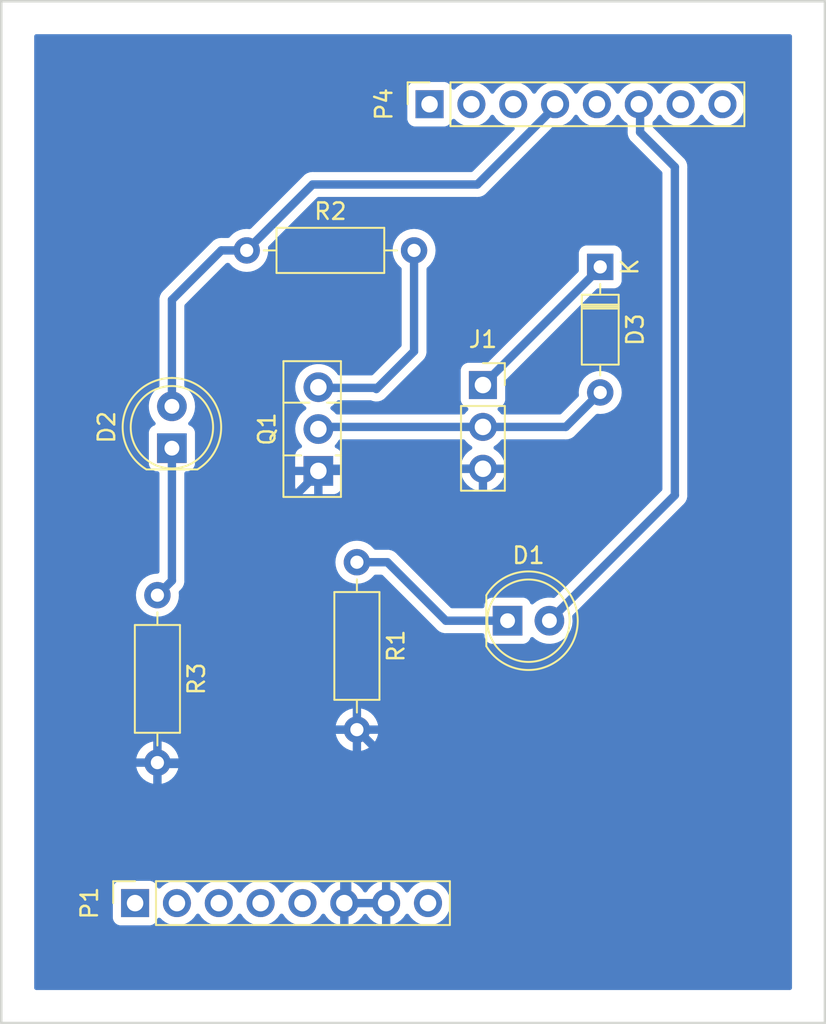
<source format=kicad_pcb>
(kicad_pcb (version 20211014) (generator pcbnew)
  (title_block (date "lun. 30 mars 2015"))
  (layers (0 "F.Cu" signal) (31 "B.Cu" signal) (34 "B.Paste" user) (35 "F.Paste" user) (36 "B.SilkS" user "B.Silkscreen") (37 "F.SilkS" user "F.Silkscreen") (38 "B.Mask" user) (39 "F.Mask" user) (44 "Edge.Cuts" user))
  (net 0 "")
  (net 1 "/IOREF")
  (net 2 "/Reset")
  (net 3 "+5V")
  (net 4 "GND")
  (net 5 "/Vin")
  (net 6 "Net-(D2-Pad1)")
  (net 7 "Net-(D3-Pad1)")
  (net 8 "Net-(D3-Pad2)")
  (net 10 "+3V3")
  (net 11 "7")
  (net 12 "6")
  (net 13 "5")
  (net 14 "4")
  (net 15 "3")
  (net 16 "2")
  (net 17 "Tx")
  (net 18 "Rx")
  (net 19 "Net-(D1-Pad1)")
  (net 20 "Net-(Q1-Pad3)")
  (footprint "Connector_PinSocket_2.54mm:PinSocket_1x08_P2.54mm_Vertical" (layer "F.Cu") (at 37.123 80.09 90)
    (fp_text reference "P1" (at 0 -2.77 90) (layer "F.SilkS"))
    (fp_text value "Power")
    (fp_line (start 1.33 -1.33) (end 1.33 0) (layer "F.SilkS") (width 0.12))
    (fp_line (start 0 -1.33) (end 1.33 -1.33) (layer "F.SilkS") (width 0.12))
    (fp_line (start -1.33 1.27) (end 1.33 1.27) (layer "F.SilkS") (width 0.12))
    (fp_line (start -1.33 19.11) (end 1.33 19.11) (layer "F.SilkS") (width 0.12))
    (fp_line (start 1.33 1.27) (end 1.33 19.11) (layer "F.SilkS") (width 0.12))
    (fp_line (start -1.33 1.27) (end -1.33 19.11) (layer "F.SilkS") (width 0.12))
    (pad "1" thru_hole rect (at 0 0 90) (size 1.7 1.7) (drill 1) (layers *.Cu *.Mask))
    (pad "2" thru_hole oval (at 0 2.54 90) (size 1.7 1.7) (drill 1) (layers *.Cu *.Mask) (net 1 "/IOREF"))
    (pad "3" thru_hole oval (at 0 5.08 90) (size 1.7 1.7) (drill 1) (layers *.Cu *.Mask) (net 2 "/Reset"))
    (pad "4" thru_hole oval (at 0 7.62 90) (size 1.7 1.7) (drill 1) (layers *.Cu *.Mask) (net 10 "+3V3"))
    (pad "5" thru_hole oval (at 0 10.16 90) (size 1.7 1.7) (drill 1) (layers *.Cu *.Mask) (net 3 "+5V"))
    (pad "6" thru_hole oval (at 0 12.7 90) (size 1.7 1.7) (drill 1) (layers *.Cu *.Mask) (net 4 "GND"))
    (pad "7" thru_hole oval (at 0 15.24 90) (size 1.7 1.7) (drill 1) (layers *.Cu *.Mask) (net 4 "GND"))
    (pad "8" thru_hole oval (at 0 17.78 90) (size 1.7 1.7) (drill 1) (layers *.Cu *.Mask) (net 5 "/Vin"))
  )
  (footprint "Connector_PinSocket_2.54mm:PinSocket_1x08_P2.54mm_Vertical" (layer "F.Cu") (at 54.998 31.615 90)
    (fp_text reference "P4" (at 0 -2.77 90) (layer "F.SilkS"))
    (fp_text value "Digital")
    (fp_line (start -1.33 1.27) (end -1.33 19.11) (layer "F.SilkS") (width 0.12))
    (fp_line (start -1.33 19.11) (end 1.33 19.11) (layer "F.SilkS") (width 0.12))
    (fp_line (start -1.33 1.27) (end 1.33 1.27) (layer "F.SilkS") (width 0.12))
    (fp_line (start 1.33 -1.33) (end 1.33 0) (layer "F.SilkS") (width 0.12))
    (fp_line (start 0 -1.33) (end 1.33 -1.33) (layer "F.SilkS") (width 0.12))
    (fp_line (start 1.33 1.27) (end 1.33 19.11) (layer "F.SilkS") (width 0.12))
    (pad "1" thru_hole rect (at 0 0 90) (size 1.7 1.7) (drill 1) (layers *.Cu *.Mask) (net 11 "7"))
    (pad "2" thru_hole oval (at 0 2.54 90) (size 1.7 1.7) (drill 1) (layers *.Cu *.Mask) (net 12 "6"))
    (pad "3" thru_hole oval (at 0 5.08 90) (size 1.7 1.7) (drill 1) (layers *.Cu *.Mask) (net 13 "5"))
    (pad "4" thru_hole oval (at 0 7.62 90) (size 1.7 1.7) (drill 1) (layers *.Cu *.Mask) (net 14 "4"))
    (pad "5" thru_hole oval (at 0 10.16 90) (size 1.7 1.7) (drill 1) (layers *.Cu *.Mask) (net 15 "3"))
    (pad "6" thru_hole oval (at 0 12.7 90) (size 1.7 1.7) (drill 1) (layers *.Cu *.Mask) (net 16 "2"))
    (pad "7" thru_hole oval (at 0 15.24 90) (size 1.7 1.7) (drill 1) (layers *.Cu *.Mask) (net 17 "Tx"))
    (pad "8" thru_hole oval (at 0 17.78 90) (size 1.7 1.7) (drill 1) (layers *.Cu *.Mask) (net 18 "Rx"))
  )
  (footprint "Resistor_THT:R_Axial_DIN0207_L6.3mm_D2.5mm_P10.16mm_Horizontal" (layer "F.Cu") (at 50.588 59.405 -90)
    (fp_text reference "R1" (at 5.08 -2.37 90) (layer "F.SilkS"))
    (fp_text value "330R")
    (fp_line (start 8.35 1.37) (end 8.35 -1.37) (layer "F.SilkS") (width 0.12))
    (fp_line (start 1.81 1.37) (end 8.35 1.37) (layer "F.SilkS") (width 0.12))
    (fp_line (start 9.12 0) (end 8.35 0) (layer "F.SilkS") (width 0.12))
    (fp_line (start 1.81 -1.37) (end 1.81 1.37) (layer "F.SilkS") (width 0.12))
    (fp_line (start 8.35 -1.37) (end 1.81 -1.37) (layer "F.SilkS") (width 0.12))
    (fp_line (start 1.04 0) (end 1.81 0) (layer "F.SilkS") (width 0.12))
    (pad "1" thru_hole circle (at 0 0 270) (size 1.6 1.6) (drill 0.8) (layers *.Cu *.Mask) (net 19 "Net-(D1-Pad1)"))
    (pad "2" thru_hole oval (at 10.16 0 270) (size 1.6 1.6) (drill 0.8) (layers *.Cu *.Mask) (net 4 "GND"))
  )
  (footprint "LED_THT:LED_D5.0mm" (layer "F.Cu") (at 59.733 62.955)
    (fp_text reference "D1" (at 1.27 -3.96) (layer "F.SilkS"))
    (fp_text value "LED")
    (fp_line (start -1.29 -1.545) (end -1.29 1.545) (layer "F.SilkS") (width 0.12))
    (fp_arc (start -1.29 -1.54483) (mid 2.072002 -2.880433) (end 4.26 0.000462) (layer "F.SilkS") (width 0.12))
    (fp_arc (start 4.26 -0.000462) (mid 2.072002 2.880433) (end -1.29 1.54483) (layer "F.SilkS") (width 0.12))
    (fp_circle (center 1.27 0) (end 3.77 0) (layer "F.SilkS") (width 0.12) (fill none))
    (pad "1" thru_hole rect (at 0 0) (size 1.8 1.8) (drill 0.9) (layers *.Cu *.Mask) (net 19 "Net-(D1-Pad1)"))
    (pad "2" thru_hole circle (at 2.54 0) (size 1.8 1.8) (drill 0.9) (layers *.Cu *.Mask) (net 16 "2"))
  )
  (footprint "Connector_PinSocket_2.54mm:PinSocket_1x03_P2.54mm_Vertical" (layer "F.Cu") (at 58.238 48.655)
    (fp_text reference "J1" (at 0 -2.77) (layer "F.SilkS"))
    (fp_text value "Conn_01x03")
    (fp_line (start -1.33 1.27) (end 1.33 1.27) (layer "F.SilkS") (width 0.12))
    (fp_line (start 1.33 1.27) (end 1.33 6.41) (layer "F.SilkS") (width 0.12))
    (fp_line (start 0 -1.33) (end 1.33 -1.33) (layer "F.SilkS") (width 0.12))
    (fp_line (start -1.33 6.41) (end 1.33 6.41) (layer "F.SilkS") (width 0.12))
    (fp_line (start 1.33 -1.33) (end 1.33 0) (layer "F.SilkS") (width 0.12))
    (fp_line (start -1.33 1.27) (end -1.33 6.41) (layer "F.SilkS") (width 0.12))
    (pad "1" thru_hole rect (at 0 0) (size 1.7 1.7) (drill 1) (layers *.Cu *.Mask) (net 7 "Net-(D3-Pad1)"))
    (pad "2" thru_hole oval (at 0 2.54) (size 1.7 1.7) (drill 1) (layers *.Cu *.Mask) (net 8 "Net-(D3-Pad2)"))
    (pad "3" thru_hole oval (at 0 5.08) (size 1.7 1.7) (drill 1) (layers *.Cu *.Mask) (net 4 "GND"))
  )
  (footprint "Resistor_THT:R_Axial_DIN0207_L6.3mm_D2.5mm_P10.16mm_Horizontal" (layer "F.Cu") (at 38.478 61.405 -90)
    (fp_text reference "R3" (at 5.08 -2.37 90) (layer "F.SilkS"))
    (fp_text value "330R")
    (fp_line (start 9.12 0) (end 8.35 0) (layer "F.SilkS") (width 0.12))
    (fp_line (start 1.81 -1.37) (end 1.81 1.37) (layer "F.SilkS") (width 0.12))
    (fp_line (start 8.35 1.37) (end 8.35 -1.37) (layer "F.SilkS") (width 0.12))
    (fp_line (start 1.04 0) (end 1.81 0) (layer "F.SilkS") (width 0.12))
    (fp_line (start 1.81 1.37) (end 8.35 1.37) (layer "F.SilkS") (width 0.12))
    (fp_line (start 8.35 -1.37) (end 1.81 -1.37) (layer "F.SilkS") (width 0.12))
    (pad "1" thru_hole circle (at 0 0 270) (size 1.6 1.6) (drill 0.8) (layers *.Cu *.Mask) (net 6 "Net-(D2-Pad1)"))
    (pad "2" thru_hole oval (at 10.16 0 270) (size 1.6 1.6) (drill 0.8) (layers *.Cu *.Mask) (net 4 "GND"))
  )
  (footprint "Package_TO_SOT_THT:TO-126-3_Vertical" (layer "F.Cu") (at 48.248 53.865 90)
    (fp_text reference "Q1" (at 2.54 -3.12 90) (layer "F.SilkS"))
    (fp_text value "BD135")
    (fp_line (start 0.94 1.05) (end 0.94 1.37) (layer "F.SilkS") (width 0.12))
    (fp_line (start -1.58 -2.12) (end 6.66 -2.12) (layer "F.SilkS") (width 0.12))
    (fp_line (start -1.58 1.37) (end 6.66 1.37) (layer "F.SilkS") (width 0.12))
    (fp_line (start -1.58 -2.12) (end -1.58 1.37) (layer "F.SilkS") (width 0.12))
    (fp_line (start 6.66 -2.12) (end 6.66 1.37) (layer "F.SilkS") (width 0.12))
    (fp_line (start 4.141 -2.12) (end 4.141 -0.54) (layer "F.SilkS") (width 0.12))
    (fp_line (start 4.141 0.54) (end 4.141 1.37) (layer "F.SilkS") (width 0.12))
    (fp_line (start 0.94 -2.12) (end 0.94 -1.05) (layer "F.SilkS") (width 0.12))
    (pad "1" thru_hole rect (at 0 0 90) (size 1.8 1.8) (drill 1) (layers *.Cu *.Mask) (net 4 "GND"))
    (pad "2" thru_hole oval (at 2.54 0 90) (size 1.8 1.8) (drill 1) (layers *.Cu *.Mask) (net 8 "Net-(D3-Pad2)"))
    (pad "3" thru_hole oval (at 5.08 0 90) (size 1.8 1.8) (drill 1) (layers *.Cu *.Mask) (net 20 "Net-(Q1-Pad3)"))
  )
  (footprint "Resistor_THT:R_Axial_DIN0207_L6.3mm_D2.5mm_P10.16mm_Horizontal" (layer "F.Cu") (at 43.898 40.485)
    (fp_text reference "R2" (at 5.08 -2.37) (layer "F.SilkS"))
    (fp_text value "100R")
    (fp_line (start 8.35 -1.37) (end 1.81 -1.37) (layer "F.SilkS") (width 0.12))
    (fp_line (start 9.12 0) (end 8.35 0) (layer "F.SilkS") (width 0.12))
    (fp_line (start 8.35 1.37) (end 8.35 -1.37) (layer "F.SilkS") (width 0.12))
    (fp_line (start 1.81 -1.37) (end 1.81 1.37) (layer "F.SilkS") (width 0.12))
    (fp_line (start 1.04 0) (end 1.81 0) (layer "F.SilkS") (width 0.12))
    (fp_line (start 1.81 1.37) (end 8.35 1.37) (layer "F.SilkS") (width 0.12))
    (pad "1" thru_hole circle (at 0 0) (size 1.6 1.6) (drill 0.8) (layers *.Cu *.Mask) (net 14 "4"))
    (pad "2" thru_hole oval (at 10.16 0) (size 1.6 1.6) (drill 0.8) (layers *.Cu *.Mask) (net 20 "Net-(Q1-Pad3)"))
  )
  (footprint "Diode_THT:D_DO-35_SOD27_P7.62mm_Horizontal" (layer "F.Cu") (at 65.358 41.485 -90)
    (fp_text reference "D3" (at 3.81 -2.12 90) (layer "F.SilkS"))
    (fp_text value "1N4148")
    (fp_text user "K" (at 0 -1.8 90) (layer "F.SilkS"))
    (fp_line (start 2.53 -1.12) (end 2.53 1.12) (layer "F.SilkS") (width 0.12))
    (fp_line (start 1.04 0) (end 1.69 0) (layer "F.SilkS") (width 0.12))
    (fp_line (start 1.69 1.12) (end 5.93 1.12) (layer "F.SilkS") (width 0.12))
    (fp_line (start 2.29 -1.12) (end 2.29 1.12) (layer "F.SilkS") (width 0.12))
    (fp_line (start 5.93 -1.12) (end 1.69 -1.12) (layer "F.SilkS") (width 0.12))
    (fp_line (start 2.41 -1.12) (end 2.41 1.12) (layer "F.SilkS") (width 0.12))
    (fp_line (start 1.69 -1.12) (end 1.69 1.12) (layer "F.SilkS") (width 0.12))
    (fp_line (start 6.58 0) (end 5.93 0) (layer "F.SilkS") (width 0.12))
    (fp_line (start 5.93 1.12) (end 5.93 -1.12) (layer "F.SilkS") (width 0.12))
    (pad "1" thru_hole rect (at 0 0 270) (size 1.6 1.6) (drill 0.8) (layers *.Cu *.Mask) (net 7 "Net-(D3-Pad1)"))
    (pad "2" thru_hole oval (at 7.62 0 270) (size 1.6 1.6) (drill 0.8) (layers *.Cu *.Mask) (net 8 "Net-(D3-Pad2)"))
  )
  (footprint "LED_THT:LED_D5.0mm" (layer "F.Cu") (at 39.358 52.485 90)
    (fp_text reference "D2" (at 1.27 -3.96 90) (layer "F.SilkS"))
    (fp_text value "LED")
    (fp_line (start -1.29 -1.545) (end -1.29 1.545) (layer "F.SilkS") (width 0.12))
    (fp_arc (start -1.29 -1.54483) (mid 2.072002 -2.880433) (end 4.26 0.000462) (layer "F.SilkS") (width 0.12))
    (fp_arc (start 4.26 -0.000462) (mid 2.072002 2.880433) (end -1.29 1.54483) (layer "F.SilkS") (width 0.12))
    (fp_circle (center 1.27 0) (end 3.77 0) (layer "F.SilkS") (width 0.12) (fill none))
    (pad "1" thru_hole rect (at 0 0 90) (size 1.8 1.8) (drill 0.9) (layers *.Cu *.Mask) (net 6 "Net-(D2-Pad1)"))
    (pad "2" thru_hole circle (at 2.54 0 90) (size 1.8 1.8) (drill 0.9) (layers *.Cu *.Mask) (net 14 "4"))
  )
  (gr_rect (start 28.998 25.365) (end 78.998 87.365) (layer "Edge.Cuts") (width 0.15) (fill none))
  (segment (start 44.458 67.585) (end 46.438 69.565) (width 0.508) (layer "B.Cu") (net 4))
  (segment (start 46.278 69.565) (end 44.198 71.645) (width 0.508) (layer "B.Cu") (net 4))
  (segment (start 52.358 71.335) (end 50.588 69.565) (width 0.508) (layer "B.Cu") (net 4))
  (segment (start 58.238 53.735) (end 48.468 53.735) (width 0.508) (layer "B.Cu") (net 4))
  (segment (start 48.298 53.905) (end 44.458 57.745) (width 0.508) (layer "B.Cu") (net 4))
  (segment (start 44.198 71.645) (end 38.558 71.645) (width 0.508) (layer "B.Cu") (net 4))
  (segment (start 52.358 74.425) (end 52.358 71.335) (width 0.508) (layer "B.Cu") (net 4))
  (segment (start 44.458 57.745) (end 44.458 67.585) (width 0.508) (layer "B.Cu") (net 4))
  (segment (start 49.998 76.785) (end 52.358 74.425) (width 0.508) (layer "B.Cu") (net 4))
  (segment (start 50.588 69.565) (end 46.278 69.565) (width 0.508) (layer "B.Cu") (net 4))
  (segment (start 49.998 79.945) (end 49.998 76.785) (width 0.508) (layer "B.Cu") (net 4))
  (segment (start 38.558 71.645) (end 38.478 71.565) (width 0.508) (layer "B.Cu") (net 4))
  (segment (start 48.468 53.735) (end 48.298 53.905) (width 0.508) (layer "B.Cu") (net 4))
  (segment (start 39.358 60.525) (end 38.478 61.405) (width 0.508) (layer "B.Cu") (net 6))
  (segment (start 39.358 52.485) (end 39.358 60.525) (width 0.508) (layer "B.Cu") (net 6))
  (segment (start 65.408 41.485) (end 58.238 48.655) (width 0.508) (layer "B.Cu") (net 7))
  (segment (start 65.358 41.485) (end 65.408 41.485) (width 0.508) (layer "B.Cu") (net 7))
  (segment (start 48.468 51.195) (end 58.238 51.195) (width 0.508) (layer "B.Cu") (net 8))
  (segment (start 63.268 51.195) (end 65.358 49.105) (width 0.508) (layer "B.Cu") (net 8))
  (segment (start 58.578 51.535) (end 58.238 51.195) (width 0.508) (layer "B.Cu") (net 8))
  (segment (start 58.238 51.195) (end 63.268 51.195) (width 0.508) (layer "B.Cu") (net 8))
  (segment (start 48.298 51.365) (end 48.468 51.195) (width 0.508) (layer "B.Cu") (net 8))
  (segment (start 39.358 49.945) (end 39.358 43.485) (width 0.508) (layer "B.Cu") (net 14))
  (segment (start 47.898 36.485) (end 57.898 36.485) (width 0.508) (layer "B.Cu") (net 14))
  (segment (start 42.358 40.485) (end 43.898 40.485) (width 0.508) (layer "B.Cu") (net 14))
  (segment (start 39.358 43.485) (end 42.358 40.485) (width 0.508) (layer "B.Cu") (net 14))
  (segment (start 43.898 40.485) (end 47.898 36.485) (width 0.508) (layer "B.Cu") (net 14))
  (segment (start 57.898 36.485) (end 62.698 31.685) (width 0.508) (layer "B.Cu") (net 14))
  (segment (start 67.778 33.315) (end 67.778 31.685) (width 0.508) (layer "B.Cu") (net 16))
  (segment (start 69.888 55.34) (end 69.888 35.425) (width 0.508) (layer "B.Cu") (net 16))
  (segment (start 69.888 35.425) (end 67.778 33.315) (width 0.508) (layer "B.Cu") (net 16))
  (segment (start 62.273 62.955) (end 69.888 55.34) (width 0.508) (layer "B.Cu") (net 16))
  (segment (start 52.438 59.405) (end 50.588 59.405) (width 0.508) (layer "B.Cu") (net 19))
  (segment (start 59.733 62.955) (end 55.988 62.955) (width 0.508) (layer "B.Cu") (net 19))
  (segment (start 55.988 62.955) (end 52.438 59.405) (width 0.508) (layer "B.Cu") (net 19))
  (segment (start 54.058 46.605) (end 51.768 48.895) (width 0.508) (layer "B.Cu") (net 20))
  (segment (start 54.058 40.485) (end 54.058 46.605) (width 0.508) (layer "B.Cu") (net 20))
  (segment (start 51.768 48.895) (end 51.698 48.825) (width 0.508) (layer "B.Cu") (net 20))
  (segment (start 51.698 48.825) (end 48.298 48.825) (width 0.508) (layer "B.Cu") (net 20))
  (zone (net 4) (net_name "GND") (layer "B.Cu") (connect_pads (clearance 0.5)) (min_thickness 0.254) (fill yes (thermal_gap 0.508) (thermal_bridge_width 0.508))
    (polygon (pts (xy 76.998 85.365) (xy 30.998 85.365) (xy 30.998 27.365) (xy 76.998 27.365)))
  )
)
</source>
